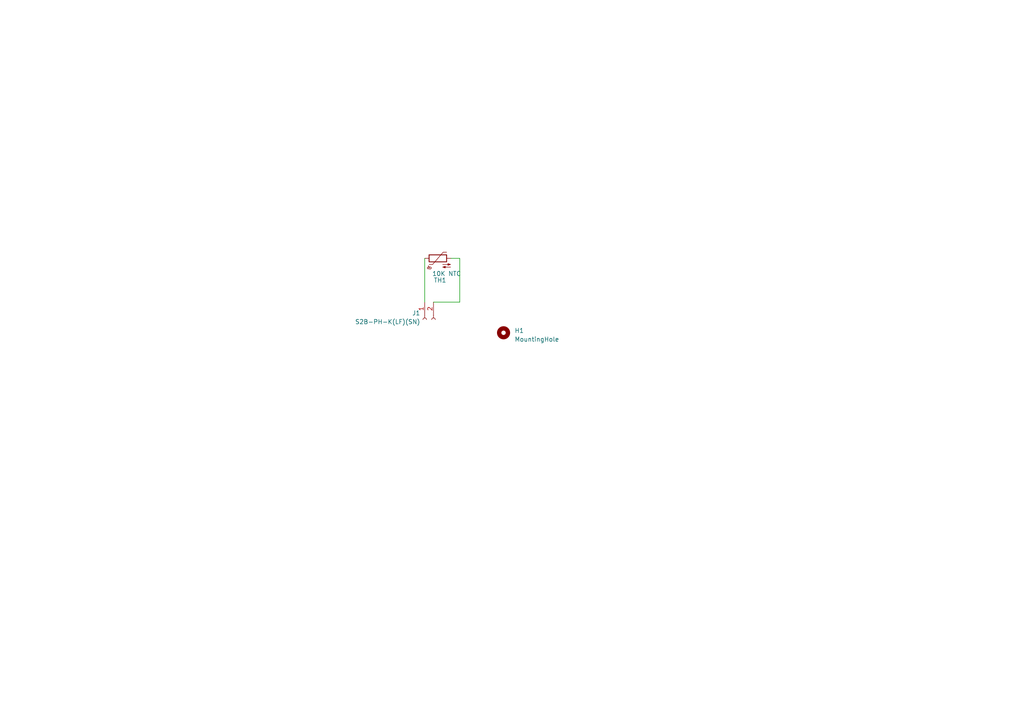
<source format=kicad_sch>
(kicad_sch (version 20230121) (generator eeschema)
  (paper "A4")
  (lib_symbols
    (symbol "Connector:Conn_01x02_Socket" (pin_names (offset 1.016) hide)
      (property "Reference" "J" (at 0 2.54 0))
      (property "Value" "Conn_01x02_Socket" (at 0 -5.08 0))
      (symbol "Conn_01x02_Socket_1_1"
        (arc (start 0 -2.032) (mid -0.5058 -2.54) (end 0 -3.048) (stroke (width 0.1524)))
        (polyline (pts (xy -1.27 -2.54) (xy -0.508 -2.54)) (stroke (width 0.1524)))
        (polyline (pts (xy -1.27 0) (xy -0.508 0)) (stroke (width 0.1524)))
        (arc (start 0 0.508) (mid -0.5058 0) (end 0 -0.508) (stroke (width 0.1524)))
        (pin passive line (at -5.08 0 0) (length 3.81) (name "Pin_1") (number "1"))
        (pin passive line (at -5.08 -2.54 0) (length 3.81) (name "Pin_2") (number "2"))
      )
    )
    (symbol "Device:Thermistor_NTC" (pin_numbers hide) (pin_names (offset 0))
      (property "Reference" "TH" (at -4.445 0 90))
      (property "Value" "Thermistor_NTC" (at 3.175 0 90))
      (symbol "Thermistor_NTC_0_1"
        (arc (start -3.048 2.159) (mid -3.0495 2.3143) (end -3.175 2.413))
        (arc (start -3.048 2.159) (mid -2.9736 1.9794) (end -2.794 1.905))
        (arc (start -3.048 2.794) (mid -2.9736 2.6144) (end -2.794 2.54))
        (arc (start -2.794 1.905) (mid -2.6144 1.9794) (end -2.54 2.159))
        (arc (start -2.794 2.54) (mid -2.4393 2.5587) (end -2.159 2.794))
        (arc (start -2.794 3.048) (mid -2.9736 2.9736) (end -3.048 2.794))
        (arc (start -2.54 2.794) (mid -2.6144 2.9736) (end -2.794 3.048))
        (rectangle (start -1.016 2.54) (end 1.016 -2.54) (stroke (width 0.254)))
        (polyline (pts (xy -2.54 2.159) (xy -2.54 2.794)))
        (polyline (pts (xy -1.778 2.54) (xy -1.778 1.524) (xy 1.778 -1.524) (xy 1.778 -2.54)))
        (polyline (pts (xy -2.54 -3.683) (xy -2.54 -1.397) (xy -2.794 -2.159) (xy -2.286 -2.159) (xy -2.54 -1.397) (xy -2.54 -1.651)) (fill (type outline)))
        (polyline (pts (xy -1.778 -1.397) (xy -1.778 -3.683) (xy -2.032 -2.921) (xy -1.524 -2.921) (xy -1.778 -3.683) (xy -1.778 -3.429)) (fill (type outline)))
      )
      (symbol "Thermistor_NTC_1_1"
        (pin passive line (at 0 3.81 270) (length 1.27) (name "~") (number "1"))
        (pin passive line (at 0 -3.81 90) (length 1.27) (name "~") (number "2"))
      )
    )
    (symbol "Mechanical:MountingHole" (pin_names (offset 1.016))
      (property "Reference" "H" (at 0 5.08 0))
      (property "Value" "MountingHole" (at 0 3.175 0))
      (symbol "MountingHole_0_1"
        (circle (center 0 0) (radius 1.27) (stroke (width 1.27)))
      )
    )
  )
  (wire (pts (xy 133.35 74.93) (xy 130.81 74.93)))
  (wire (pts (xy 133.35 87.63) (xy 133.35 74.93)))
  (wire (pts (xy 125.73 87.63) (xy 133.35 87.63)))
  (wire (pts (xy 123.19 74.93) (xy 123.19 87.63)))
  (symbol (lib_id "Mechanical:MountingHole") (at 146.05 96.52 0) (unit 1)
    (property "Reference" "H1" (at 149.225 95.885 0) (effects (justify left)))
    (property "Value" "MountingHole" (at 149.225 98.425 0) (effects (justify left)))
    (property "Footprint" "MountingHole:MountingHole_6.5mm_Pad_Via" (effects hide))
  )
  (symbol (lib_id "Connector:Conn_01x02_Socket") (at 123.19 92.71 90) (mirror x) (unit 1)
    (property "Reference" "J1" (at 121.92 90.805 90) (effects (justify left)))
    (property "Value" "S2B-PH-K(LF)(SN)" (at 121.92 93.345 90) (effects (justify left)))
    (property "Footprint" "Connector_JST:JST_PH_S2B-PH-K_1x02_P2.00mm_Horizontal" (effects hide))
    (property "LCSCStockCode" "C265016" (effects hide))
  )
  (symbol (lib_id "Device:Thermistor_NTC") (at 127 74.93 90) (unit 1)
    (property "Reference" "TH1" (at 127.635 81.28 90))
    (property "Value" "10K NTC" (at 129.54 79.375 90))
    (property "Footprint" "Resistor_SMD:R_0805_2012Metric" (effects hide))
    (property "Datasheet" "https://datasheet.lcsc.com/szlcsc/Guangdong-Fenghua-Advanced-Tech-CMFB103F3950FANT_C51597.pdf" (effects hide))
    (property "PartNumber" "CMFB103F3950FANT" (effects hide))
    (property "LCSCStockCode" "C51597" (effects hide))
  )
)
</source>
